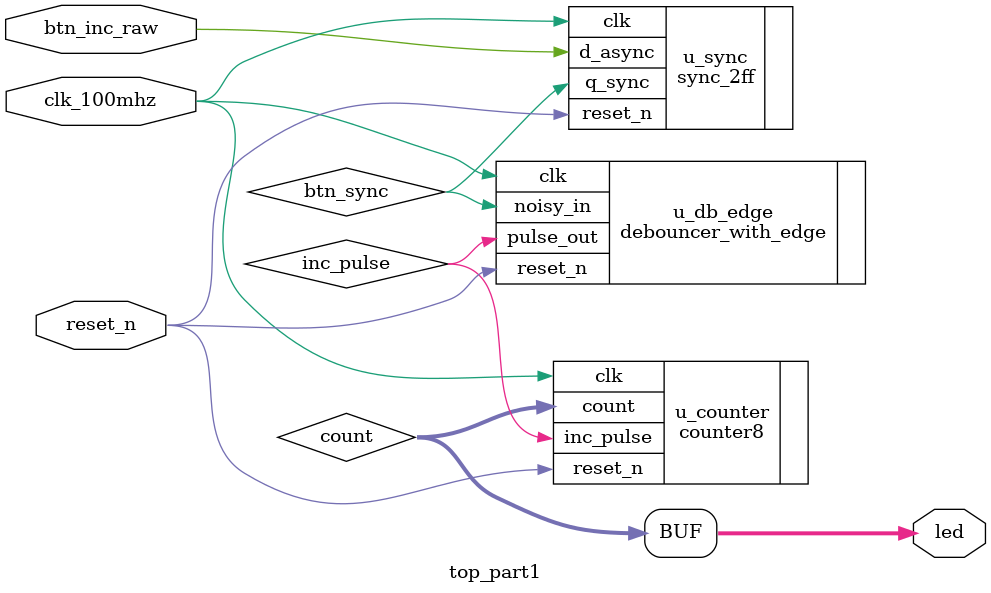
<source format=v>
module top_part1 (
    input  wire       clk_100mhz,
    input  wire       reset_n,     // active-low
    input  wire       btn_inc_raw, // physical button
    output wire [7:0] led          // LEDs on the board
);
    // Sync button to the clock as a metastability filter
    wire btn_sync;
    sync_2ff u_sync (
        .clk     (clk_100mhz),
        .reset_n (reset_n),
        .d_async (btn_inc_raw),
        .q_sync  (btn_sync)
    );

    // Debounce and edge-detect to get a one-cycle increment pulse
    wire inc_pulse;
    debouncer_with_edge #(.COUNT_MAX(2_000_000)) u_db_edge (
        .clk       (clk_100mhz),
        .reset_n   (reset_n),
        .noisy_in  (btn_sync),
        .pulse_out (inc_pulse)
    );

    // Counter
    wire [7:0] count;
    counter8 u_counter (
        .clk       (clk_100mhz),
        .reset_n   (reset_n),
        .inc_pulse (inc_pulse),
        .count     (count)
    );
    assign led = count; // LSB -> led[0], MSB -> led[7]
endmodule

</source>
